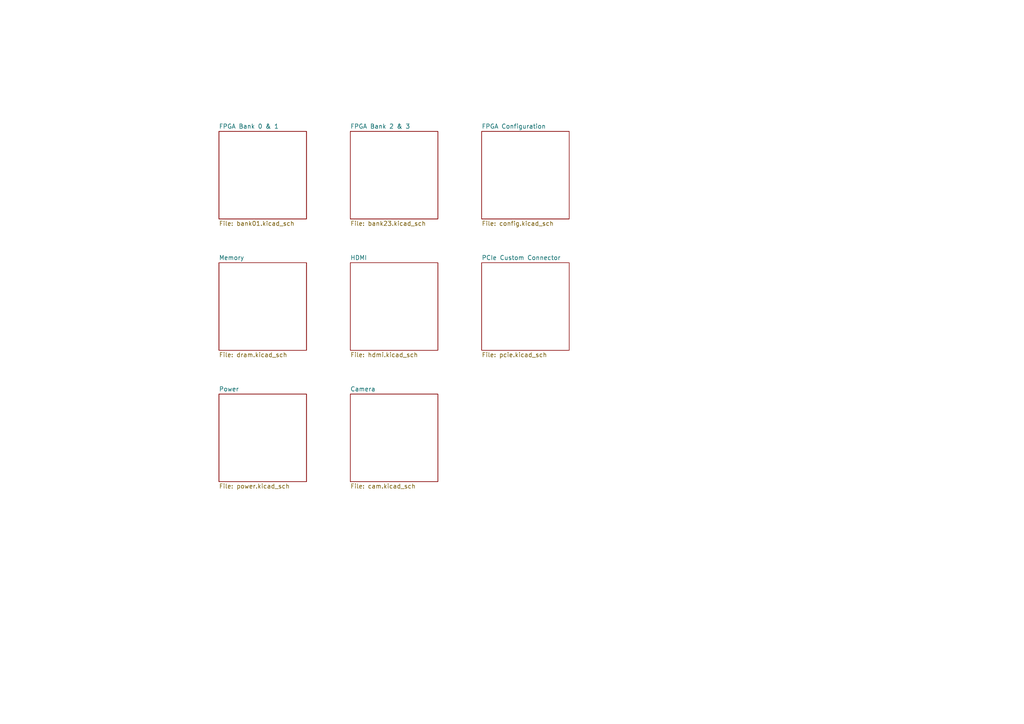
<source format=kicad_sch>
(kicad_sch
	(version 20231120)
	(generator "eeschema")
	(generator_version "8.0")
	(uuid "e31df699-af9e-4ffd-95aa-891df631d77b")
	(paper "A4")
	(lib_symbols)
	(sheet
		(at 101.6 114.3)
		(size 25.4 25.4)
		(fields_autoplaced yes)
		(stroke
			(width 0.1524)
			(type solid)
		)
		(fill
			(color 0 0 0 0.0000)
		)
		(uuid "28e17ba0-f4b0-4326-acc9-6577fa10b9bd")
		(property "Sheetname" "Camera"
			(at 101.6 113.5884 0)
			(effects
				(font
					(size 1.27 1.27)
				)
				(justify left bottom)
			)
		)
		(property "Sheetfile" "cam.kicad_sch"
			(at 101.6 140.2846 0)
			(effects
				(font
					(size 1.27 1.27)
				)
				(justify left top)
			)
		)
		(instances
			(project "fpga"
				(path "/e31df699-af9e-4ffd-95aa-891df631d77b"
					(page "9")
				)
			)
		)
	)
	(sheet
		(at 101.6 76.2)
		(size 25.4 25.4)
		(fields_autoplaced yes)
		(stroke
			(width 0.1524)
			(type solid)
		)
		(fill
			(color 0 0 0 0.0000)
		)
		(uuid "30673782-9ccc-4ddc-a7ec-15380a608665")
		(property "Sheetname" "HDMI"
			(at 101.6 75.4884 0)
			(effects
				(font
					(size 1.27 1.27)
				)
				(justify left bottom)
			)
		)
		(property "Sheetfile" "hdmi.kicad_sch"
			(at 101.6 102.1846 0)
			(effects
				(font
					(size 1.27 1.27)
				)
				(justify left top)
			)
		)
		(instances
			(project "fpga"
				(path "/e31df699-af9e-4ffd-95aa-891df631d77b"
					(page "6")
				)
			)
		)
	)
	(sheet
		(at 63.5 38.1)
		(size 25.4 25.4)
		(fields_autoplaced yes)
		(stroke
			(width 0.1524)
			(type solid)
		)
		(fill
			(color 0 0 0 0.0000)
		)
		(uuid "39af5935-6ed4-4c2b-8a53-1f999df92d0e")
		(property "Sheetname" "FPGA Bank 0 & 1"
			(at 63.5 37.3884 0)
			(effects
				(font
					(size 1.27 1.27)
				)
				(justify left bottom)
			)
		)
		(property "Sheetfile" "bank01.kicad_sch"
			(at 63.5 64.0846 0)
			(effects
				(font
					(size 1.27 1.27)
				)
				(justify left top)
			)
		)
		(instances
			(project "fpga"
				(path "/e31df699-af9e-4ffd-95aa-891df631d77b"
					(page "2")
				)
			)
		)
	)
	(sheet
		(at 139.7 76.2)
		(size 25.4 25.4)
		(fields_autoplaced yes)
		(stroke
			(width 0.1524)
			(type solid)
		)
		(fill
			(color 0 0 0 0.0000)
		)
		(uuid "3a60f4f5-84f4-4479-aa4d-f32cbc99035a")
		(property "Sheetname" "PCIe Custom Connector"
			(at 139.7 75.4884 0)
			(effects
				(font
					(size 1.27 1.27)
				)
				(justify left bottom)
			)
		)
		(property "Sheetfile" "pcie.kicad_sch"
			(at 139.7 102.1846 0)
			(effects
				(font
					(size 1.27 1.27)
				)
				(justify left top)
			)
		)
		(instances
			(project "fpga"
				(path "/e31df699-af9e-4ffd-95aa-891df631d77b"
					(page "7")
				)
			)
		)
	)
	(sheet
		(at 63.5 114.3)
		(size 25.4 25.4)
		(fields_autoplaced yes)
		(stroke
			(width 0.1524)
			(type solid)
		)
		(fill
			(color 0 0 0 0.0000)
		)
		(uuid "cd7de54a-a596-44a9-941f-402c92f568e8")
		(property "Sheetname" "Power"
			(at 63.5 113.5884 0)
			(effects
				(font
					(size 1.27 1.27)
				)
				(justify left bottom)
			)
		)
		(property "Sheetfile" "power.kicad_sch"
			(at 63.5 140.2846 0)
			(effects
				(font
					(size 1.27 1.27)
				)
				(justify left top)
			)
		)
		(instances
			(project "fpga"
				(path "/e31df699-af9e-4ffd-95aa-891df631d77b"
					(page "8")
				)
			)
		)
	)
	(sheet
		(at 139.7 38.1)
		(size 25.4 25.4)
		(fields_autoplaced yes)
		(stroke
			(width 0.1524)
			(type solid)
		)
		(fill
			(color 0 0 0 0.0000)
		)
		(uuid "d9207da6-506a-4c52-8466-0679f6a524b5")
		(property "Sheetname" "FPGA Configuration"
			(at 139.7 37.3884 0)
			(effects
				(font
					(size 1.27 1.27)
				)
				(justify left bottom)
			)
		)
		(property "Sheetfile" "config.kicad_sch"
			(at 139.7 64.0846 0)
			(effects
				(font
					(size 1.27 1.27)
				)
				(justify left top)
			)
		)
		(instances
			(project "fpga"
				(path "/e31df699-af9e-4ffd-95aa-891df631d77b"
					(page "4")
				)
			)
		)
	)
	(sheet
		(at 63.5 76.2)
		(size 25.4 25.4)
		(fields_autoplaced yes)
		(stroke
			(width 0.1524)
			(type solid)
		)
		(fill
			(color 0 0 0 0.0000)
		)
		(uuid "e327a0d6-6542-4e8d-b4b6-1103069c6f6b")
		(property "Sheetname" "Memory"
			(at 63.5 75.4884 0)
			(effects
				(font
					(size 1.27 1.27)
				)
				(justify left bottom)
			)
		)
		(property "Sheetfile" "dram.kicad_sch"
			(at 63.5 102.1846 0)
			(effects
				(font
					(size 1.27 1.27)
				)
				(justify left top)
			)
		)
		(instances
			(project "fpga"
				(path "/e31df699-af9e-4ffd-95aa-891df631d77b"
					(page "5")
				)
			)
		)
	)
	(sheet
		(at 101.6 38.1)
		(size 25.4 25.4)
		(fields_autoplaced yes)
		(stroke
			(width 0.1524)
			(type solid)
		)
		(fill
			(color 0 0 0 0.0000)
		)
		(uuid "ea6aa04a-799e-40e6-b84f-c3887a5f7996")
		(property "Sheetname" "FPGA Bank 2 & 3"
			(at 101.6 37.3884 0)
			(effects
				(font
					(size 1.27 1.27)
				)
				(justify left bottom)
			)
		)
		(property "Sheetfile" "bank23.kicad_sch"
			(at 101.6 64.0846 0)
			(effects
				(font
					(size 1.27 1.27)
				)
				(justify left top)
			)
		)
		(instances
			(project "fpga"
				(path "/e31df699-af9e-4ffd-95aa-891df631d77b"
					(page "3")
				)
			)
		)
	)
	(sheet_instances
		(path "/"
			(page "1")
		)
	)
)

</source>
